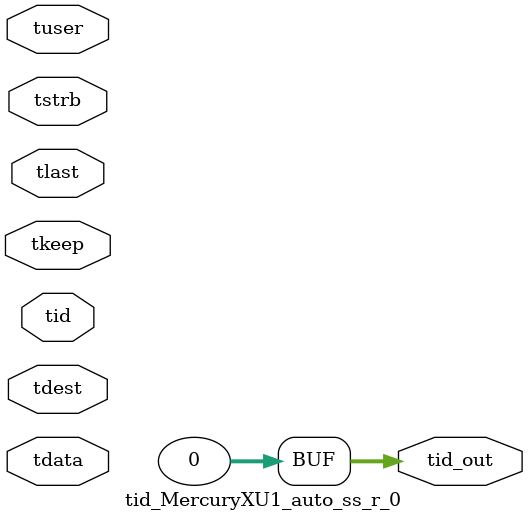
<source format=v>


`timescale 1ps/1ps

module tid_MercuryXU1_auto_ss_r_0 #
(
parameter C_S_AXIS_TID_WIDTH   = 1,
parameter C_S_AXIS_TUSER_WIDTH = 0,
parameter C_S_AXIS_TDATA_WIDTH = 0,
parameter C_S_AXIS_TDEST_WIDTH = 0,
parameter C_M_AXIS_TID_WIDTH   = 32
)
(
input  [(C_S_AXIS_TID_WIDTH   == 0 ? 1 : C_S_AXIS_TID_WIDTH)-1:0       ] tid,
input  [(C_S_AXIS_TDATA_WIDTH == 0 ? 1 : C_S_AXIS_TDATA_WIDTH)-1:0     ] tdata,
input  [(C_S_AXIS_TUSER_WIDTH == 0 ? 1 : C_S_AXIS_TUSER_WIDTH)-1:0     ] tuser,
input  [(C_S_AXIS_TDEST_WIDTH == 0 ? 1 : C_S_AXIS_TDEST_WIDTH)-1:0     ] tdest,
input  [(C_S_AXIS_TDATA_WIDTH/8)-1:0 ] tkeep,
input  [(C_S_AXIS_TDATA_WIDTH/8)-1:0 ] tstrb,
input                                                                    tlast,
output [(C_M_AXIS_TID_WIDTH   == 0 ? 1 : C_M_AXIS_TID_WIDTH)-1:0       ] tid_out
);

assign tid_out = {1'b0};

endmodule


</source>
